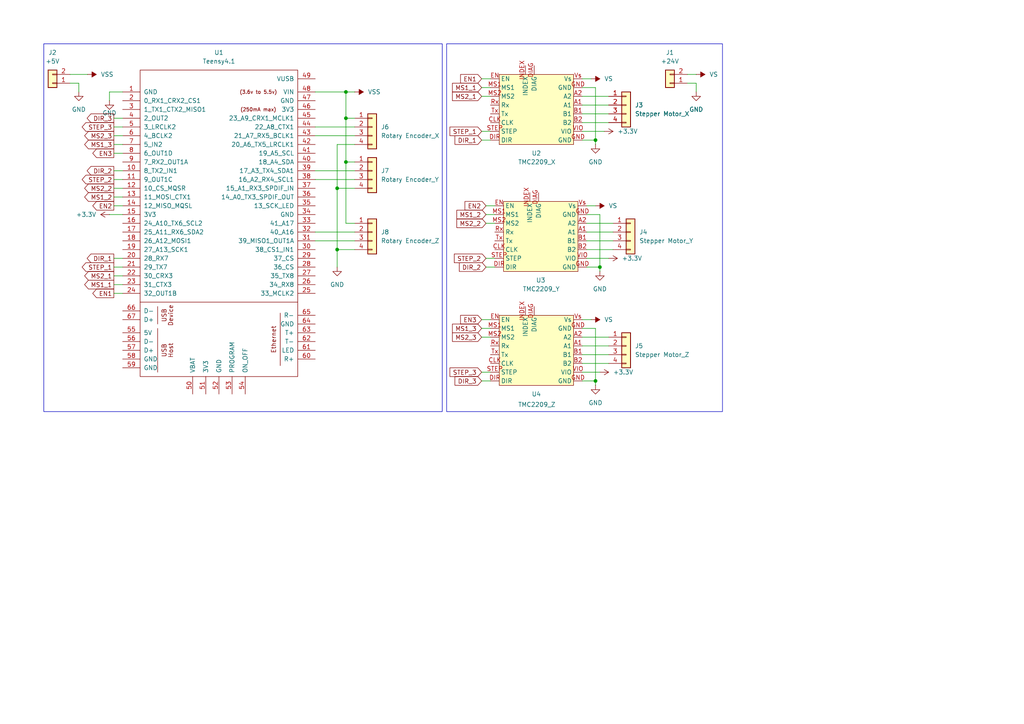
<source format=kicad_sch>
(kicad_sch (version 20250114) (generator "eeschema") (generator_version "9.0")
  (paper "A4")
  (lib_symbols
    (symbol "BigTreeTech_TMC2209_1"
      (property "Reference" "U" (at -10.16 11.938 0))
      (symbol "BigTreeTech_TMC2209_1_1_1"
        (rectangle (start -11.4299 10.16) (end 10.1599 -10.16) (fill (type background)))
        (pin input line (at -13.97 8.89 0) (length 2.54) (name "EN") (number "EN"))
        (pin input line (at -13.97 6.35 0) (length 2.54) (name "MS1") (number "MS1"))
        (pin input line (at -13.97 3.81 0) (length 2.54) (name "MS2") (number "MS2"))
        (pin input line (at -13.97 1.27 0) (length 2.54) (name "Rx") (number "Rx"))
        (pin output line (at -13.97 -1.27 0) (length 2.54) (name "Tx") (number "Tx"))
        (pin bidirectional line (at -13.97 -3.81 0) (length 2.54) (name "CLK") (number "CLK"))
        (pin input line (at -13.97 -6.35 0) (length 2.54) (name "STEP") (number "STEP"))
        (pin input line (at -13.97 -8.89 0) (length 2.54) (name "DIR") (number "DIR"))
        (pin output line (at -3.81 12.7 270) (length 2.54) (name "INDEX") (number "INDEX"))
        (pin output line (at -1.27 12.7 270) (length 2.54) (name "DIAG") (number "DIAG"))
        (pin power_in line (at 12.7 8.89 180) (length 2.54) (name "Vs") (number "Vs"))
        (pin power_in line (at 12.7 6.35 180) (length 2.54) (name "GND") (number "GND"))
        (pin output line (at 12.7 3.81 180) (length 2.54) (name "A2") (number "A2"))
        (pin output line (at 12.7 1.27 180) (length 2.54) (name "A1") (number "A1"))
        (pin output line (at 12.7 -1.27 180) (length 2.54) (name "B1") (number "B1"))
        (pin output line (at 12.7 -3.81 180) (length 2.54) (name "B2") (number "B2"))
        (pin power_in line (at 12.7 -6.35 180) (length 2.54) (name "VIO") (number "VIO"))
        (pin power_in line (at 12.7 -8.89 180) (length 2.54) (name "GND") (number "GND"))
      )
    )
    (symbol "BigTreeTech_TMC2209_2"
      (property "Reference" "U" (at -10.16 11.938 0))
      (symbol "BigTreeTech_TMC2209_2_1_1"
        (rectangle (start -11.4299 10.16) (end 10.1599 -10.16) (fill (type background)))
        (pin input line (at -13.97 8.89 0) (length 2.54) (name "EN") (number "EN"))
        (pin input line (at -13.97 6.35 0) (length 2.54) (name "MS1") (number "MS1"))
        (pin input line (at -13.97 3.81 0) (length 2.54) (name "MS2") (number "MS2"))
        (pin input line (at -13.97 1.27 0) (length 2.54) (name "Rx") (number "Rx"))
        (pin output line (at -13.97 -1.27 0) (length 2.54) (name "Tx") (number "Tx"))
        (pin bidirectional line (at -13.97 -3.81 0) (length 2.54) (name "CLK") (number "CLK"))
        (pin input line (at -13.97 -6.35 0) (length 2.54) (name "STEP") (number "STEP"))
        (pin input line (at -13.97 -8.89 0) (length 2.54) (name "DIR") (number "DIR"))
        (pin output line (at -3.81 12.7 270) (length 2.54) (name "INDEX") (number "INDEX"))
        (pin output line (at -1.27 12.7 270) (length 2.54) (name "DIAG") (number "DIAG"))
        (pin power_in line (at 12.7 8.89 180) (length 2.54) (name "Vs") (number "Vs"))
        (pin power_in line (at 12.7 6.35 180) (length 2.54) (name "GND") (number "GND"))
        (pin output line (at 12.7 3.81 180) (length 2.54) (name "A2") (number "A2"))
        (pin output line (at 12.7 1.27 180) (length 2.54) (name "A1") (number "A1"))
        (pin output line (at 12.7 -1.27 180) (length 2.54) (name "B1") (number "B1"))
        (pin output line (at 12.7 -3.81 180) (length 2.54) (name "B2") (number "B2"))
        (pin power_in line (at 12.7 -6.35 180) (length 2.54) (name "VIO") (number "VIO"))
        (pin power_in line (at 12.7 -8.89 180) (length 2.54) (name "GND") (number "GND"))
      )
    )
    (symbol "Connector_Generic:Conn_01x02" (pin_names (offset 1.016) (hide yes))
      (property "Reference" "J" (at 0 2.54 0))
      (property "Value" "Conn_01x02" (at 0 -5.08 0))
      (symbol "Conn_01x02_1_1"
        (rectangle (start -1.27 1.27) (end 1.27 -3.81) (stroke (width 0.254)) (fill (type background)))
        (rectangle (start -1.27 0.127) (end 0 -0.127) (stroke (width 0.1524)))
        (rectangle (start -1.27 -2.413) (end 0 -2.667) (stroke (width 0.1524)))
        (pin passive line (at -5.08 0 0) (length 3.81) (name "Pin_1") (number "1"))
        (pin passive line (at -5.08 -2.54 0) (length 3.81) (name "Pin_2") (number "2"))
      )
    )
    (symbol "Connector_Generic:Conn_01x04" (pin_names (offset 1.016) (hide yes))
      (property "Reference" "J" (at 0 5.08 0))
      (property "Value" "Conn_01x04" (at 0 -7.62 0))
      (symbol "Conn_01x04_1_1"
        (rectangle (start -1.27 3.81) (end 1.27 -6.35) (stroke (width 0.254)) (fill (type background)))
        (rectangle (start -1.27 2.667) (end 0 2.413) (stroke (width 0.1524)))
        (rectangle (start -1.27 0.127) (end 0 -0.127) (stroke (width 0.1524)))
        (rectangle (start -1.27 -2.413) (end 0 -2.667) (stroke (width 0.1524)))
        (rectangle (start -1.27 -4.953) (end 0 -5.207) (stroke (width 0.1524)))
        (pin passive line (at -5.08 2.54 0) (length 3.81) (name "Pin_1") (number "1"))
        (pin passive line (at -5.08 0 0) (length 3.81) (name "Pin_2") (number "2"))
        (pin passive line (at -5.08 -2.54 0) (length 3.81) (name "Pin_3") (number "3"))
        (pin passive line (at -5.08 -5.08 0) (length 3.81) (name "Pin_4") (number "4"))
      )
    )
    (symbol "TMC2209:BigTreeTech_TMC2209"
      (property "Reference" "U" (at -10.16 11.938 0))
      (symbol "BigTreeTech_TMC2209_1_1"
        (rectangle (start -11.4299 10.16) (end 10.1599 -10.16) (fill (type background)))
        (pin input line (at -13.97 8.89 0) (length 2.54) (name "EN") (number "EN"))
        (pin input line (at -13.97 6.35 0) (length 2.54) (name "MS1") (number "MS1"))
        (pin input line (at -13.97 3.81 0) (length 2.54) (name "MS2") (number "MS2"))
        (pin input line (at -13.97 1.27 0) (length 2.54) (name "Rx") (number "Rx"))
        (pin output line (at -13.97 -1.27 0) (length 2.54) (name "Tx") (number "Tx"))
        (pin bidirectional line (at -13.97 -3.81 0) (length 2.54) (name "CLK") (number "CLK"))
        (pin input line (at -13.97 -6.35 0) (length 2.54) (name "STEP") (number "STEP"))
        (pin input line (at -13.97 -8.89 0) (length 2.54) (name "DIR") (number "DIR"))
        (pin output line (at -3.81 12.7 270) (length 2.54) (name "INDEX") (number "INDEX"))
        (pin output line (at -1.27 12.7 270) (length 2.54) (name "DIAG") (number "DIAG"))
        (pin power_in line (at 12.7 8.89 180) (length 2.54) (name "Vs") (number "Vs"))
        (pin power_in line (at 12.7 6.35 180) (length 2.54) (name "GND") (number "GND"))
        (pin output line (at 12.7 3.81 180) (length 2.54) (name "A2") (number "A2"))
        (pin output line (at 12.7 1.27 180) (length 2.54) (name "A1") (number "A1"))
        (pin output line (at 12.7 -1.27 180) (length 2.54) (name "B1") (number "B1"))
        (pin output line (at 12.7 -3.81 180) (length 2.54) (name "B2") (number "B2"))
        (pin power_in line (at 12.7 -6.35 180) (length 2.54) (name "VIO") (number "VIO"))
        (pin power_in line (at 12.7 -8.89 180) (length 2.54) (name "GND") (number "GND"))
      )
    )
    (symbol "Teensy41:Teensy4.1" (pin_names (offset 1.016))
      (property "Reference" "U" (at 0 64.77 0))
      (property "Value" "Teensy4.1" (at 0 62.23 0))
      (symbol "Teensy4.1_0_0"
        (polyline (pts (xy -22.86 -6.35) (xy 22.86 -6.35)))
        (polyline (pts (xy -17.78 -7.62) (xy -17.78 -12.7)))
        (polyline (pts (xy -17.78 -26.67) (xy -17.78 -13.97)))
        (polyline (pts (xy 17.78 -9.525) (xy 17.78 -24.765)))
        (text "USB" (at -15.875 -10.16 900) (effects (font (size 1.27 1.27))))
        (text "USB" (at -15.875 -20.32 900) (effects (font (size 1.27 1.27))))
        (text "Device" (at -13.97 -10.16 900) (effects (font (size 1.27 1.27))))
        (text "Host" (at -13.97 -20.32 900) (effects (font (size 1.27 1.27))))
        (text "(3.6v to 5.5v)" (at 11.43 54.61 0) (effects (font (size 1.016 1.016))))
        (text "(250mA max)" (at 11.43 49.53 0) (effects (font (size 1.016 1.016))))
        (text "Ethernet" (at 15.875 -17.145 900) (effects (font (size 1.27 1.27))))
        (pin bidirectional line (at -27.94 44.45 0) (length 5.08) (name "3_LRCLK2") (number "5"))
        (pin bidirectional line (at -27.94 41.91 0) (length 5.08) (name "4_BCLK2") (number "6"))
        (pin bidirectional line (at -27.94 39.37 0) (length 5.08) (name "5_IN2") (number "7"))
        (pin bidirectional line (at -27.94 36.83 0) (length 5.08) (name "6_OUT1D") (number "8"))
        (pin bidirectional line (at -27.94 34.29 0) (length 5.08) (name "7_RX2_OUT1A") (number "9"))
        (pin bidirectional line (at -27.94 31.75 0) (length 5.08) (name "8_TX2_IN1") (number "10"))
        (pin bidirectional line (at -27.94 29.21 0) (length 5.08) (name "9_OUT1C") (number "11"))
        (pin bidirectional line (at -27.94 26.67 0) (length 5.08) (name "10_CS_MQSR") (number "12"))
        (pin bidirectional line (at -27.94 24.13 0) (length 5.08) (name "11_MOSI_CTX1") (number "13"))
        (pin bidirectional line (at -27.94 21.59 0) (length 5.08) (name "12_MISO_MQSL") (number "14"))
        (pin power_in line (at -27.94 19.05 0) (length 5.08) (name "3V3") (number "15"))
        (pin bidirectional line (at -27.94 16.51 0) (length 5.08) (name "24_A10_TX6_SCL2") (number "16"))
        (pin bidirectional line (at -27.94 13.97 0) (length 5.08) (name "25_A11_RX6_SDA2") (number "17"))
        (pin bidirectional line (at -27.94 11.43 0) (length 5.08) (name "26_A12_MOSI1") (number "18"))
        (pin bidirectional line (at -27.94 8.89 0) (length 5.08) (name "27_A13_SCK1") (number "19"))
        (pin bidirectional line (at -27.94 6.35 0) (length 5.08) (name "28_RX7") (number "20"))
        (pin bidirectional line (at -27.94 3.81 0) (length 5.08) (name "29_TX7") (number "21"))
        (pin bidirectional line (at -27.94 1.27 0) (length 5.08) (name "30_CRX3") (number "22"))
        (pin bidirectional line (at -27.94 -1.27 0) (length 5.08) (name "31_CTX3") (number "23"))
        (pin bidirectional line (at -27.94 -3.81 0) (length 5.08) (name "32_OUT1B") (number "24"))
        (pin bidirectional line (at -27.94 -8.89 0) (length 5.08) (name "D-") (number "66"))
        (pin bidirectional line (at -27.94 -11.43 0) (length 5.08) (name "D+") (number "67"))
        (pin power_out line (at -27.94 -15.24 0) (length 5.08) (name "5V") (number "55"))
        (pin bidirectional line (at -27.94 -17.78 0) (length 5.08) (name "D-") (number "56"))
        (pin bidirectional line (at -27.94 -20.32 0) (length 5.08) (name "D+") (number "57"))
        (pin power_in line (at -27.94 -22.86 0) (length 5.08) (name "GND") (number "58"))
        (pin power_in line (at -27.94 -25.4 0) (length 5.08) (name "GND") (number "59"))
        (pin power_in line (at -7.62 -33.02 90) (length 5.08) (name "VBAT") (number "50"))
        (pin power_in line (at -3.81 -33.02 90) (length 5.08) (name "3V3") (number "51"))
        (pin input line (at 0 -33.02 90) (length 5.08) (name "GND") (number "52"))
        (pin input line (at 3.81 -33.02 90) (length 5.08) (name "PROGRAM") (number "53"))
        (pin input line (at 7.62 -33.02 90) (length 5.08) (name "ON_OFF") (number "54"))
        (pin power_out line (at 27.94 58.42 180) (length 5.08) (name "VUSB") (number "49"))
        (pin power_in line (at 27.94 54.61 180) (length 5.08) (name "VIN") (number "48"))
        (pin output line (at 27.94 52.07 180) (length 5.08) (name "GND") (number "47"))
        (pin output line (at 27.94 49.53 180) (length 5.08) (name "3V3") (number "46"))
        (pin bidirectional line (at 27.94 46.99 180) (length 5.08) (name "23_A9_CRX1_MCLK1") (number "45"))
        (pin bidirectional line (at 27.94 44.45 180) (length 5.08) (name "22_A8_CTX1") (number "44"))
        (pin bidirectional line (at 27.94 41.91 180) (length 5.08) (name "21_A7_RX5_BCLK1") (number "43"))
        (pin bidirectional line (at 27.94 39.37 180) (length 5.08) (name "20_A6_TX5_LRCLK1") (number "42"))
        (pin bidirectional line (at 27.94 36.83 180) (length 5.08) (name "19_A5_SCL") (number "41"))
        (pin bidirectional line (at 27.94 34.29 180) (length 5.08) (name "18_A4_SDA") (number "40"))
        (pin bidirectional line (at 27.94 31.75 180) (length 5.08) (name "17_A3_TX4_SDA1") (number "39"))
        (pin bidirectional line (at 27.94 29.21 180) (length 5.08) (name "16_A2_RX4_SCL1") (number "38"))
        (pin bidirectional line (at 27.94 26.67 180) (length 5.08) (name "15_A1_RX3_SPDIF_IN") (number "37"))
        (pin bidirectional line (at 27.94 24.13 180) (length 5.08) (name "14_A0_TX3_SPDIF_OUT") (number "36"))
        (pin bidirectional line (at 27.94 21.59 180) (length 5.08) (name "13_SCK_LED") (number "35"))
        (pin bidirectional line (at 27.94 16.51 180) (length 5.08) (name "41_A17") (number "33"))
        (pin bidirectional line (at 27.94 13.97 180) (length 5.08) (name "40_A16") (number "32"))
        (pin bidirectional line (at 27.94 11.43 180) (length 5.08) (name "39_MISO1_OUT1A") (number "31"))
        (pin bidirectional line (at 27.94 8.89 180) (length 5.08) (name "38_CS1_IN1") (number "30"))
        (pin bidirectional line (at 27.94 6.35 180) (length 5.08) (name "37_CS") (number "29"))
        (pin bidirectional line (at 27.94 3.81 180) (length 5.08) (name "36_CS") (number "28"))
        (pin bidirectional line (at 27.94 1.27 180) (length 5.08) (name "35_TX8") (number "27"))
        (pin bidirectional line (at 27.94 -1.27 180) (length 5.08) (name "34_RX8") (number "26"))
        (pin bidirectional line (at 27.94 -3.81 180) (length 5.08) (name "33_MCLK2") (number "25"))
        (pin bidirectional line (at 27.94 -10.16 180) (length 5.08) (name "R-") (number "65"))
        (pin power_in line (at 27.94 -12.7 180) (length 5.08) (name "GND") (number "64"))
        (pin bidirectional line (at 27.94 -15.24 180) (length 5.08) (name "T+") (number "63"))
        (pin bidirectional line (at 27.94 -17.78 180) (length 5.08) (name "T-") (number "62"))
        (pin bidirectional line (at 27.94 -20.32 180) (length 5.08) (name "LED") (number "61"))
        (pin bidirectional line (at 27.94 -22.86 180) (length 5.08) (name "R+") (number "60"))
      )
      (symbol "Teensy4.1_0_1"
        (rectangle (start -22.86 60.96) (end 22.86 -27.94))
        (rectangle (start -20.32 -1.27) (end -20.32 -1.27))
      )
      (symbol "Teensy4.1_1_1"
        (pin power_in line (at -27.94 54.61 0) (length 5.08) (name "GND") (number "1"))
        (pin bidirectional line (at -27.94 52.07 0) (length 5.08) (name "0_RX1_CRX2_CS1") (number "2"))
        (pin bidirectional line (at -27.94 49.53 0) (length 5.08) (name "1_TX1_CTX2_MISO1") (number "3"))
        (pin bidirectional line (at -27.94 46.99 0) (length 5.08) (name "2_OUT2") (number "4"))
        (pin power_in line (at 27.94 19.05 180) (length 5.08) (name "GND") (number "34"))
      )
    )
    (symbol "power:+3.3V" (power) (pin_numbers (hide yes)) (pin_names (offset 0) (hide yes))
      (property "Value" "+3.3V" (at 0 3.556 0))
      (symbol "+3.3V_0_1"
        (polyline (pts (xy -0.762 1.27) (xy 0 2.54)))
        (polyline (pts (xy 0 2.54) (xy 0.762 1.27)))
        (polyline (pts (xy 0 0) (xy 0 2.54)))
      )
      (symbol "+3.3V_1_1"
        (pin power_in line (at 0 0 90) (length 0) (name "~") (number "1"))
      )
    )
    (symbol "power:GND" (power) (pin_numbers (hide yes)) (pin_names (offset 0) (hide yes))
      (property "Value" "GND" (at 0 -3.81 0))
      (symbol "GND_0_1"
        (polyline (pts (xy 0 0) (xy 0 -1.27) (xy 1.27 -1.27) (xy 0 -2.54) (xy -1.27 -1.27) (xy 0 -1.27)))
      )
      (symbol "GND_1_1"
        (pin power_in line (at 0 0 270) (length 0) (name "~") (number "1"))
      )
    )
    (symbol "power:VS" (power) (pin_numbers (hide yes)) (pin_names (offset 0) (hide yes))
      (property "Value" "VS" (at 0 3.556 0))
      (symbol "VS_0_1"
        (polyline (pts (xy 0 0) (xy 0 2.54)))
        (polyline (pts (xy 0.762 1.27) (xy -0.762 1.27) (xy 0 2.54) (xy 0.762 1.27)) (fill (type outline)))
      )
      (symbol "VS_1_1"
        (pin power_in line (at 0 0 90) (length 0) (name "~") (number "1"))
      )
    )
    (symbol "power:VSS" (power) (pin_numbers (hide yes)) (pin_names (offset 0) (hide yes))
      (property "Value" "VSS" (at 0 3.556 0))
      (symbol "VSS_0_1"
        (polyline (pts (xy 0 0) (xy 0 2.54)))
        (polyline (pts (xy 0.762 1.27) (xy -0.762 1.27) (xy 0 2.54) (xy 0.762 1.27)) (fill (type outline)))
      )
      (symbol "VSS_1_1"
        (pin power_in line (at 0 0 90) (length 0) (name "~") (number "1"))
      )
    )
  )
  (rectangle (start 12.7 12.7) (end 128.27 119.38))
  (rectangle (start 129.54 12.7) (end 209.55 119.38))
  (junction (at 172.72 110.49))
  (junction (at 173.99 77.47))
  (junction (at 172.72 40.64))
  (junction (at 97.79 54.61))
  (junction (at 100.33 46.99))
  (junction (at 97.79 72.39))
  (junction (at 100.33 26.67))
  (junction (at 100.33 34.29))
  (wire (pts (xy 139.7 25.4) (xy 142.24 25.4)))
  (wire (pts (xy 168.91 33.02) (xy 176.53 33.02)))
  (wire (pts (xy 172.72 40.64) (xy 172.72 41.91)))
  (wire (pts (xy 168.91 100.33) (xy 176.53 100.33)))
  (wire (pts (xy 170.18 59.69) (xy 172.72 59.69)))
  (wire (pts (xy 97.79 77.47) (xy 97.79 72.39)))
  (wire (pts (xy 102.87 64.77) (xy 100.33 64.77)))
  (wire (pts (xy 31.75 26.67) (xy 31.75 29.21)))
  (wire (pts (xy 168.91 107.95) (xy 173.99 107.95)))
  (wire (pts (xy 170.18 72.39) (xy 177.8 72.39)))
  (wire (pts (xy 139.7 38.1) (xy 142.24 38.1)))
  (wire (pts (xy 172.72 40.64) (xy 168.91 40.64)))
  (wire (pts (xy 20.32 21.59) (xy 25.4 21.59)))
  (wire (pts (xy 172.72 111.76) (xy 172.72 110.49)))
  (wire (pts (xy 199.39 21.59) (xy 201.93 21.59)))
  (wire (pts (xy 102.87 34.29) (xy 100.33 34.29)))
  (wire (pts (xy 168.91 27.94) (xy 176.53 27.94)))
  (wire (pts (xy 33.02 77.47) (xy 35.56 77.47)))
  (wire (pts (xy 33.02 52.07) (xy 35.56 52.07)))
  (wire (pts (xy 170.18 69.85) (xy 177.8 69.85)))
  (wire (pts (xy 22.86 24.13) (xy 20.32 24.13)))
  (wire (pts (xy 33.02 44.45) (xy 35.56 44.45)))
  (wire (pts (xy 168.91 102.87) (xy 176.53 102.87)))
  (wire (pts (xy 33.02 54.61) (xy 35.56 54.61)))
  (wire (pts (xy 139.7 40.64) (xy 142.24 40.64)))
  (wire (pts (xy 139.7 92.71) (xy 142.24 92.71)))
  (wire (pts (xy 140.97 62.23) (xy 143.51 62.23)))
  (wire (pts (xy 170.18 64.77) (xy 177.8 64.77)))
  (wire (pts (xy 170.18 67.31) (xy 177.8 67.31)))
  (wire (pts (xy 201.93 24.13) (xy 199.39 24.13)))
  (wire (pts (xy 139.7 95.25) (xy 142.24 95.25)))
  (wire (pts (xy 139.7 22.86) (xy 142.24 22.86)))
  (wire (pts (xy 100.33 34.29) (xy 100.33 46.99)))
  (wire (pts (xy 91.44 36.83) (xy 102.87 36.83)))
  (wire (pts (xy 22.86 26.67) (xy 22.86 24.13)))
  (wire (pts (xy 140.97 74.93) (xy 143.51 74.93)))
  (wire (pts (xy 33.02 36.83) (xy 35.56 36.83)))
  (wire (pts (xy 33.02 41.91) (xy 35.56 41.91)))
  (wire (pts (xy 140.97 59.69) (xy 143.51 59.69)))
  (wire (pts (xy 91.44 69.85) (xy 102.87 69.85)))
  (wire (pts (xy 168.91 30.48) (xy 176.53 30.48)))
  (wire (pts (xy 139.7 110.49) (xy 142.24 110.49)))
  (wire (pts (xy 168.91 97.79) (xy 176.53 97.79)))
  (wire (pts (xy 91.44 39.37) (xy 102.87 39.37)))
  (wire (pts (xy 33.02 82.55) (xy 35.56 82.55)))
  (wire (pts (xy 102.87 41.91) (xy 97.79 41.91)))
  (wire (pts (xy 97.79 72.39) (xy 102.87 72.39)))
  (wire (pts (xy 91.44 67.31) (xy 102.87 67.31)))
  (wire (pts (xy 201.93 26.67) (xy 201.93 24.13)))
  (wire (pts (xy 33.02 74.93) (xy 35.56 74.93)))
  (wire (pts (xy 91.44 52.07) (xy 102.87 52.07)))
  (wire (pts (xy 33.02 39.37) (xy 35.56 39.37)))
  (wire (pts (xy 102.87 54.61) (xy 97.79 54.61)))
  (wire (pts (xy 33.02 49.53) (xy 35.56 49.53)))
  (wire (pts (xy 168.91 22.86) (xy 171.45 22.86)))
  (wire (pts (xy 33.02 59.69) (xy 35.56 59.69)))
  (wire (pts (xy 97.79 41.91) (xy 97.79 54.61)))
  (wire (pts (xy 168.91 92.71) (xy 171.45 92.71)))
  (wire (pts (xy 100.33 26.67) (xy 102.87 26.67)))
  (wire (pts (xy 33.02 57.15) (xy 35.56 57.15)))
  (wire (pts (xy 168.91 35.56) (xy 176.53 35.56)))
  (wire (pts (xy 168.91 38.1) (xy 175.26 38.1)))
  (wire (pts (xy 31.75 26.67) (xy 35.56 26.67)))
  (wire (pts (xy 170.18 74.93) (xy 176.53 74.93)))
  (wire (pts (xy 33.02 80.01) (xy 35.56 80.01)))
  (wire (pts (xy 31.75 62.23) (xy 35.56 62.23)))
  (wire (pts (xy 139.7 107.95) (xy 142.24 107.95)))
  (wire (pts (xy 172.72 110.49) (xy 168.91 110.49)))
  (wire (pts (xy 33.02 34.29) (xy 35.56 34.29)))
  (wire (pts (xy 140.97 77.47) (xy 143.51 77.47)))
  (wire (pts (xy 172.72 95.25) (xy 172.72 110.49)))
  (wire (pts (xy 100.33 64.77) (xy 100.33 46.99)))
  (wire (pts (xy 172.72 25.4) (xy 172.72 40.64)))
  (wire (pts (xy 173.99 78.74) (xy 173.99 77.47)))
  (wire (pts (xy 173.99 77.47) (xy 170.18 77.47)))
  (wire (pts (xy 168.91 95.25) (xy 172.72 95.25)))
  (wire (pts (xy 170.18 62.23) (xy 173.99 62.23)))
  (wire (pts (xy 168.91 25.4) (xy 172.72 25.4)))
  (wire (pts (xy 102.87 46.99) (xy 100.33 46.99)))
  (wire (pts (xy 91.44 49.53) (xy 102.87 49.53)))
  (wire (pts (xy 33.02 85.09) (xy 35.56 85.09)))
  (wire (pts (xy 100.33 34.29) (xy 100.33 26.67)))
  (wire (pts (xy 97.79 54.61) (xy 97.79 72.39)))
  (wire (pts (xy 140.97 64.77) (xy 143.51 64.77)))
  (wire (pts (xy 168.91 105.41) (xy 176.53 105.41)))
  (wire (pts (xy 91.44 26.67) (xy 100.33 26.67)))
  (wire (pts (xy 139.7 97.79) (xy 142.24 97.79)))
  (wire (pts (xy 139.7 27.94) (xy 142.24 27.94)))
  (wire (pts (xy 173.99 62.23) (xy 173.99 77.47)))
  (global_label "STEP_3" (shape input) (at 139.7 107.95 180) (property "Intersheetrefs" "${INTERSHEET_REFS}" (effects (hide yes))))
  (global_label "MS1_2" (shape output) (at 33.02 57.15 180) (property "Intersheetrefs" "${INTERSHEET_REFS}" (effects (hide yes))))
  (global_label "STEP_2" (shape input) (at 140.97 74.93 180) (property "Intersheetrefs" "${INTERSHEET_REFS}" (effects (hide yes))))
  (global_label "MS1_3" (shape input) (at 139.7 95.25 180) (property "Intersheetrefs" "${INTERSHEET_REFS}" (effects (hide yes))))
  (global_label "EN2" (shape input) (at 140.97 59.69 180) (property "Intersheetrefs" "${INTERSHEET_REFS}" (effects (hide yes))))
  (global_label "EN1" (shape output) (at 33.02 85.09 180) (property "Intersheetrefs" "${INTERSHEET_REFS}" (effects (hide yes))))
  (global_label "DIR_3" (shape input) (at 139.7 110.49 180) (property "Intersheetrefs" "${INTERSHEET_REFS}" (effects (hide yes))))
  (global_label "STEP_2" (shape output) (at 33.02 52.07 180) (property "Intersheetrefs" "${INTERSHEET_REFS}" (effects (hide yes))))
  (global_label "MS2_3" (shape input) (at 139.7 97.79 180) (property "Intersheetrefs" "${INTERSHEET_REFS}" (effects (hide yes))))
  (global_label "MS1_2" (shape input) (at 140.97 62.23 180) (property "Intersheetrefs" "${INTERSHEET_REFS}" (effects (hide yes))))
  (global_label "STEP_1" (shape input) (at 139.7 38.1 180) (property "Intersheetrefs" "${INTERSHEET_REFS}" (effects (hide yes))))
  (global_label "MS2_3" (shape output) (at 33.02 39.37 180) (property "Intersheetrefs" "${INTERSHEET_REFS}" (effects (hide yes))))
  (global_label "MS2_2" (shape output) (at 33.02 54.61 180) (property "Intersheetrefs" "${INTERSHEET_REFS}" (effects (hide yes))))
  (global_label "MS1_3" (shape output) (at 33.02 41.91 180) (property "Intersheetrefs" "${INTERSHEET_REFS}" (effects (hide yes))))
  (global_label "MS1_1" (shape output) (at 33.02 82.55 180) (property "Intersheetrefs" "${INTERSHEET_REFS}" (effects (hide yes))))
  (global_label "EN3" (shape input) (at 139.7 92.71 180) (property "Intersheetrefs" "${INTERSHEET_REFS}" (effects (hide yes))))
  (global_label "DIR_1" (shape output) (at 33.02 74.93 180) (property "Intersheetrefs" "${INTERSHEET_REFS}" (effects (hide yes))))
  (global_label "MS2_1" (shape output) (at 33.02 80.01 180) (property "Intersheetrefs" "${INTERSHEET_REFS}" (effects (hide yes))))
  (global_label "EN1" (shape input) (at 139.7 22.86 180) (property "Intersheetrefs" "${INTERSHEET_REFS}" (effects (hide yes))))
  (global_label "DIR_2" (shape input) (at 140.97 77.47 180) (property "Intersheetrefs" "${INTERSHEET_REFS}" (effects (hide yes))))
  (global_label "DIR_3" (shape output) (at 33.02 34.29 180) (property "Intersheetrefs" "${INTERSHEET_REFS}" (effects (hide yes))))
  (global_label "MS1_1" (shape input) (at 139.7 25.4 180) (property "Intersheetrefs" "${INTERSHEET_REFS}" (effects (hide yes))))
  (global_label "STEP_1" (shape output) (at 33.02 77.47 180) (property "Intersheetrefs" "${INTERSHEET_REFS}" (effects (hide yes))))
  (global_label "DIR_2" (shape output) (at 33.02 49.53 180) (property "Intersheetrefs" "${INTERSHEET_REFS}" (effects (hide yes))))
  (global_label "STEP_3" (shape output) (at 33.02 36.83 180) (property "Intersheetrefs" "${INTERSHEET_REFS}" (effects (hide yes))))
  (global_label "EN2" (shape output) (at 33.02 59.69 180) (property "Intersheetrefs" "${INTERSHEET_REFS}" (effects (hide yes))))
  (global_label "MS2_2" (shape input) (at 140.97 64.77 180) (property "Intersheetrefs" "${INTERSHEET_REFS}" (effects (hide yes))))
  (global_label "MS2_1" (shape input) (at 139.7 27.94 180) (property "Intersheetrefs" "${INTERSHEET_REFS}" (effects (hide yes))))
  (global_label "DIR_1" (shape input) (at 139.7 40.64 180) (property "Intersheetrefs" "${INTERSHEET_REFS}" (effects (hide yes))))
  (global_label "EN3" (shape output) (at 33.02 44.45 180) (property "Intersheetrefs" "${INTERSHEET_REFS}" (effects (hide yes))))
  (symbol (lib_id "power:GND") (at 172.72 111.76 0) (unit 1)
    (property "Reference" "#PWR06" (effects (hide yes)))
    (property "Value" "GND" (at 172.72 116.84 0))
    (property "Description" "Power symbol creates a global label with name \"GND\" , ground" (effects (hide yes)))
  )
  (symbol (lib_id "power:VSS") (at 102.87 26.67 270) (unit 1)
    (property "Reference" "#PWR016" (effects (hide yes)))
    (property "Value" "VSS" (at 106.68 26.6699 90) (effects (justify left)))
    (property "Description" "Power symbol creates a global label with name \"VSS\"" (effects (hide yes)))
  )
  (symbol (lib_id "TMC2209:BigTreeTech_TMC2209") (at 156.21 31.75 0) (unit 1)
    (property "Reference" "U2" (at 155.575 44.45 0))
    (property "Value" "TMC2209_X" (at 155.702 46.99 0))
    (property "Footprint" "TMC2209:TMC2209" (effects (hide yes)))
  )
  (symbol (lib_id "power:+3.3V") (at 173.99 107.95 270) (unit 1)
    (property "Reference" "#PWR08" (effects (hide yes)))
    (property "Value" "+3.3V" (at 177.8 107.9499 90) (effects (justify left)))
    (property "Description" "Power symbol creates a global label with name \"+3.3V\"" (effects (hide yes)))
  )
  (symbol (lib_id "power:VS") (at 201.93 21.59 270) (unit 1)
    (property "Reference" "#PWR013" (effects (hide yes)))
    (property "Value" "VS" (at 205.74 21.5899 90) (effects (justify left)))
    (property "Description" "Power symbol creates a global label with name \"VS\"" (effects (hide yes)))
  )
  (symbol (lib_id "power:GND") (at 201.93 26.67 0) (unit 1)
    (property "Reference" "#PWR012" (effects (hide yes)))
    (property "Value" "GND" (at 201.93 31.75 0))
    (property "Description" "Power symbol creates a global label with name \"GND\" , ground" (effects (hide yes)))
  )
  (symbol (lib_name "BigTreeTech_TMC2209_2") (lib_id "TMC2209:BigTreeTech_TMC2209") (at 156.21 101.6 0) (unit 1)
    (property "Reference" "U4" (at 155.575 114.3 0))
    (property "Value" "TMC2209_Z" (at 155.702 117.348 0))
    (property "Footprint" "TMC2209:TMC2209" (effects (hide yes)))
  )
  (symbol (lib_id "Connector_Generic:Conn_01x04") (at 181.61 30.48 0) (unit 1)
    (property "Reference" "J3" (at 184.15 30.4799 0) (effects (justify left)))
    (property "Value" "Stepper Motor_X" (at 184.15 33.0199 0) (effects (justify left)))
    (property "Footprint" "Connector_PinHeader_2.54mm:PinHeader_1x04_P2.54mm_Vertical" (effects (hide yes)))
    (property "Description" "Generic connector, single row, 01x04, script generated (kicad-library-utils/schlib/autogen/connector/)" (effects (hide yes)))
  )
  (symbol (lib_id "power:VS") (at 171.45 92.71 270) (unit 1)
    (property "Reference" "#PWR011" (effects (hide yes)))
    (property "Value" "VS" (at 175.26 92.7099 90) (effects (justify left)))
    (property "Description" "Power symbol creates a global label with name \"VS\"" (effects (hide yes)))
  )
  (symbol (lib_id "Connector_Generic:Conn_01x04") (at 107.95 36.83 0) (unit 1)
    (property "Reference" "J6" (at 110.49 36.8299 0) (effects (justify left)))
    (property "Value" "Rotary Encoder_X" (at 110.49 39.3699 0) (effects (justify left)))
    (property "Footprint" "Connector_PinHeader_2.54mm:PinHeader_1x04_P2.54mm_Vertical" (effects (hide yes)))
    (property "Description" "Generic connector, single row, 01x04, script generated (kicad-library-utils/schlib/autogen/connector/)" (effects (hide yes)))
  )
  (symbol (lib_id "Connector_Generic:Conn_01x04") (at 107.95 67.31 0) (unit 1)
    (property "Reference" "J8" (at 110.49 67.3099 0) (effects (justify left)))
    (property "Value" "Rotary Encoder_Z" (at 110.49 69.8499 0) (effects (justify left)))
    (property "Footprint" "Connector_PinHeader_2.54mm:PinHeader_1x04_P2.54mm_Vertical" (effects (hide yes)))
    (property "Description" "Generic connector, single row, 01x04, script generated (kicad-library-utils/schlib/autogen/connector/)" (effects (hide yes)))
  )
  (symbol (lib_id "Connector_Generic:Conn_01x04") (at 181.61 100.33 0) (unit 1)
    (property "Reference" "J5" (at 184.15 100.3299 0) (effects (justify left)))
    (property "Value" "Stepper Motor_Z" (at 184.15 102.8699 0) (effects (justify left)))
    (property "Footprint" "Connector_PinHeader_2.54mm:PinHeader_1x04_P2.54mm_Vertical" (effects (hide yes)))
    (property "Description" "Generic connector, single row, 01x04, script generated (kicad-library-utils/schlib/autogen/connector/)" (effects (hide yes)))
  )
  (symbol (lib_id "power:VSS") (at 25.4 21.59 270) (unit 1)
    (property "Reference" "#PWR014" (effects (hide yes)))
    (property "Value" "VSS" (at 29.21 21.5899 90) (effects (justify left)))
    (property "Description" "Power symbol creates a global label with name \"VSS\"" (effects (hide yes)))
  )
  (symbol (lib_id "power:GND") (at 172.72 41.91 0) (unit 1)
    (property "Reference" "#PWR01" (effects (hide yes)))
    (property "Value" "GND" (at 172.72 46.99 0))
    (property "Description" "Power symbol creates a global label with name \"GND\" , ground" (effects (hide yes)))
  )
  (symbol (lib_id "Connector_Generic:Conn_01x04") (at 107.95 49.53 0) (unit 1)
    (property "Reference" "J7" (at 110.49 49.5299 0) (effects (justify left)))
    (property "Value" "Rotary Encoder_Y" (at 110.49 52.0699 0) (effects (justify left)))
    (property "Footprint" "Connector_PinHeader_2.54mm:PinHeader_1x04_P2.54mm_Vertical" (effects (hide yes)))
    (property "Description" "Generic connector, single row, 01x04, script generated (kicad-library-utils/schlib/autogen/connector/)" (effects (hide yes)))
  )
  (symbol (lib_id "Connector_Generic:Conn_01x02") (at 15.24 24.13 180) (unit 1)
    (property "Reference" "J2" (at 15.24 15.24 0))
    (property "Value" "+5V" (at 15.24 17.78 0))
    (property "Footprint" "Connector_PinHeader_2.54mm:PinHeader_1x02_P2.54mm_Vertical" (effects (hide yes)))
    (property "Description" "Generic connector, single row, 01x02, script generated (kicad-library-utils/schlib/autogen/connector/)" (effects (hide yes)))
  )
  (symbol (lib_id "power:+3.3V") (at 31.75 62.23 90) (unit 1)
    (property "Reference" "#PWR03" (effects (hide yes)))
    (property "Value" "+3.3V" (at 27.94 62.2299 90) (effects (justify left)))
    (property "Description" "Power symbol creates a global label with name \"+3.3V\"" (effects (hide yes)))
  )
  (symbol (lib_id "Connector_Generic:Conn_01x04") (at 182.88 67.31 0) (unit 1)
    (property "Reference" "J4" (at 185.42 67.3099 0) (effects (justify left)))
    (property "Value" "Stepper Motor_Y" (at 185.42 69.8499 0) (effects (justify left)))
    (property "Footprint" "Connector_PinHeader_2.54mm:PinHeader_1x04_P2.54mm_Vertical" (effects (hide yes)))
    (property "Description" "Generic connector, single row, 01x04, script generated (kicad-library-utils/schlib/autogen/connector/)" (effects (hide yes)))
  )
  (symbol (lib_id "power:GND") (at 173.99 78.74 0) (unit 1)
    (property "Reference" "#PWR05" (effects (hide yes)))
    (property "Value" "GND" (at 173.99 83.82 0))
    (property "Description" "Power symbol creates a global label with name \"GND\" , ground" (effects (hide yes)))
  )
  (symbol (lib_name "BigTreeTech_TMC2209_1") (lib_id "TMC2209:BigTreeTech_TMC2209") (at 157.48 68.58 0) (unit 1)
    (property "Reference" "U3" (at 156.845 81.28 0))
    (property "Value" "TMC2209_Y" (at 156.972 83.82 0))
    (property "Footprint" "TMC2209:TMC2209" (effects (hide yes)))
  )
  (symbol (lib_id "Teensy41:Teensy4.1") (at 63.5 81.28 0) (unit 1)
    (property "Reference" "U1" (at 63.5 15.24 0))
    (property "Value" "Teensy4.1" (at 63.5 17.78 0))
    (property "Footprint" "Teensy41:Teensy41" (effects (hide yes)))
  )
  (symbol (lib_id "power:+3.3V") (at 175.26 38.1 270) (unit 1)
    (property "Reference" "#PWR04" (effects (hide yes)))
    (property "Value" "+3.3V" (at 179.07 38.0999 90) (effects (justify left)))
    (property "Description" "Power symbol creates a global label with name \"+3.3V\"" (effects (hide yes)))
  )
  (symbol (lib_id "power:GND") (at 22.86 26.67 0) (unit 1)
    (property "Reference" "#PWR015" (effects (hide yes)))
    (property "Value" "GND" (at 22.86 31.75 0))
    (property "Description" "Power symbol creates a global label with name \"GND\" , ground" (effects (hide yes)))
  )
  (symbol (lib_id "power:VS") (at 172.72 59.69 270) (unit 1)
    (property "Reference" "#PWR010" (effects (hide yes)))
    (property "Value" "VS" (at 176.53 59.6899 90) (effects (justify left)))
    (property "Description" "Power symbol creates a global label with name \"VS\"" (effects (hide yes)))
  )
  (symbol (lib_id "power:GND") (at 31.75 29.21 0) (unit 1)
    (property "Reference" "#PWR02" (effects (hide yes)))
    (property "Value" "GND" (at 31.75 32.766 0))
    (property "Description" "Power symbol creates a global label with name \"GND\" , ground" (effects (hide yes)))
  )
  (symbol (lib_id "power:VS") (at 171.45 22.86 270) (unit 1)
    (property "Reference" "#PWR09" (effects (hide yes)))
    (property "Value" "VS" (at 175.26 22.8599 90) (effects (justify left)))
    (property "Description" "Power symbol creates a global label with name \"VS\"" (effects (hide yes)))
  )
  (symbol (lib_id "Connector_Generic:Conn_01x02") (at 194.31 24.13 180) (unit 1)
    (property "Reference" "J1" (at 194.31 15.24 0))
    (property "Value" "+24V" (at 194.31 17.78 0))
    (property "Footprint" "Connector_PinHeader_2.54mm:PinHeader_1x02_P2.54mm_Vertical" (effects (hide yes)))
    (property "Description" "Generic connector, single row, 01x02, script generated (kicad-library-utils/schlib/autogen/connector/)" (effects (hide yes)))
  )
  (symbol (lib_id "power:GND") (at 97.79 77.47 0) (unit 1)
    (property "Reference" "#PWR017" (effects (hide yes)))
    (property "Value" "GND" (at 97.79 82.55 0))
    (property "Description" "Power symbol creates a global label with name \"GND\" , ground" (effects (hide yes)))
  )
  (symbol (lib_id "power:+3.3V") (at 176.53 74.93 270) (unit 1)
    (property "Reference" "#PWR07" (effects (hide yes)))
    (property "Value" "+3.3V" (at 180.34 74.9299 90) (effects (justify left)))
    (property "Description" "Power symbol creates a global label with name \"+3.3V\"" (effects (hide yes)))
  )
)
</source>
